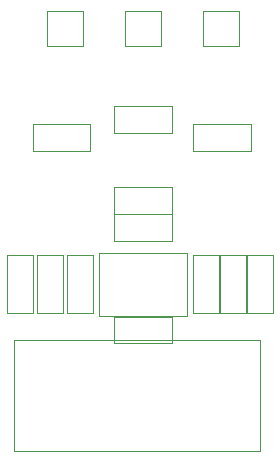
<source format=gbr>
G04 #@! TF.GenerationSoftware,KiCad,Pcbnew,(5.0.1)-4*
G04 #@! TF.CreationDate,2019-03-05T01:38:52-06:00*
G04 #@! TF.ProjectId,util_LFO,7574696C5F4C464F2E6B696361645F70,rev?*
G04 #@! TF.SameCoordinates,Original*
G04 #@! TF.FileFunction,Other,User*
%FSLAX46Y46*%
G04 Gerber Fmt 4.6, Leading zero omitted, Abs format (unit mm)*
G04 Created by KiCad (PCBNEW (5.0.1)-4) date 3/5/2019 1:38:52*
%MOMM*%
%LPD*%
G01*
G04 APERTURE LIST*
%ADD10C,0.050000*%
G04 APERTURE END LIST*
D10*
G04 #@! TO.C,J6*
X100608000Y-58380500D02*
X103608000Y-58380500D01*
X103608000Y-58380500D02*
X103608000Y-61380500D01*
X103608000Y-61380500D02*
X100608000Y-61380500D01*
X100608000Y-61380500D02*
X100608000Y-58380500D01*
G04 #@! TO.C,C1*
X89050000Y-83984000D02*
X91290000Y-83984000D01*
X91290000Y-83984000D02*
X91290000Y-79084000D01*
X91290000Y-79084000D02*
X89050000Y-79084000D01*
X89050000Y-79084000D02*
X89050000Y-83984000D01*
G04 #@! TO.C,C2*
X97954000Y-75588000D02*
X93054000Y-75588000D01*
X97954000Y-77828000D02*
X97954000Y-75588000D01*
X93054000Y-77828000D02*
X97954000Y-77828000D01*
X93054000Y-75588000D02*
X93054000Y-77828000D01*
G04 #@! TO.C,C3*
X93054000Y-84274800D02*
X93054000Y-86514800D01*
X93054000Y-86514800D02*
X97954000Y-86514800D01*
X97954000Y-86514800D02*
X97954000Y-84274800D01*
X97954000Y-84274800D02*
X93054000Y-84274800D01*
G04 #@! TO.C,J3*
X105426000Y-86252000D02*
X84566000Y-86252000D01*
X84566000Y-86252000D02*
X84566000Y-95612000D01*
X84566000Y-95612000D02*
X105426000Y-95612000D01*
X105426000Y-95612000D02*
X105426000Y-86252000D01*
G04 #@! TO.C,J4*
X87400000Y-58380500D02*
X90400000Y-58380500D01*
X90400000Y-58380500D02*
X90400000Y-61380500D01*
X90400000Y-61380500D02*
X87400000Y-61380500D01*
X87400000Y-61380500D02*
X87400000Y-58380500D01*
G04 #@! TO.C,J5*
X94004000Y-61380500D02*
X94004000Y-58380500D01*
X97004000Y-61380500D02*
X94004000Y-61380500D01*
X97004000Y-58380500D02*
X97004000Y-61380500D01*
X94004000Y-58380500D02*
X97004000Y-58380500D01*
G04 #@! TO.C,R2*
X101958000Y-79084000D02*
X99718000Y-79084000D01*
X99718000Y-79084000D02*
X99718000Y-83984000D01*
X99718000Y-83984000D02*
X101958000Y-83984000D01*
X101958000Y-83984000D02*
X101958000Y-79084000D01*
G04 #@! TO.C,R3*
X86132500Y-70208000D02*
X91032500Y-70208000D01*
X86132500Y-67968000D02*
X86132500Y-70208000D01*
X91032500Y-67968000D02*
X86132500Y-67968000D01*
X91032500Y-70208000D02*
X91032500Y-67968000D01*
G04 #@! TO.C,R5*
X93054000Y-73302000D02*
X93054000Y-75542000D01*
X93054000Y-75542000D02*
X97954000Y-75542000D01*
X97954000Y-75542000D02*
X97954000Y-73302000D01*
X97954000Y-73302000D02*
X93054000Y-73302000D01*
G04 #@! TO.C,R6*
X104244000Y-83984000D02*
X104244000Y-79084000D01*
X102004000Y-83984000D02*
X104244000Y-83984000D01*
X102004000Y-79084000D02*
X102004000Y-83984000D01*
X104244000Y-79084000D02*
X102004000Y-79084000D01*
G04 #@! TO.C,R7*
X106530000Y-79084000D02*
X104290000Y-79084000D01*
X104290000Y-79084000D02*
X104290000Y-83984000D01*
X104290000Y-83984000D02*
X106530000Y-83984000D01*
X106530000Y-83984000D02*
X106530000Y-79084000D01*
G04 #@! TO.C,R8*
X88750000Y-79084000D02*
X86510000Y-79084000D01*
X86510000Y-79084000D02*
X86510000Y-83984000D01*
X86510000Y-83984000D02*
X88750000Y-83984000D01*
X88750000Y-83984000D02*
X88750000Y-79084000D01*
G04 #@! TO.C,R9*
X86210000Y-83984000D02*
X86210000Y-79084000D01*
X83970000Y-83984000D02*
X86210000Y-83984000D01*
X83970000Y-79084000D02*
X83970000Y-83984000D01*
X86210000Y-79084000D02*
X83970000Y-79084000D01*
G04 #@! TO.C,U1*
X99234000Y-78834000D02*
X99234000Y-84234000D01*
X91774000Y-78834000D02*
X91774000Y-84234000D01*
X99234000Y-78834000D02*
X91774000Y-78834000D01*
X99234000Y-84234000D02*
X91774000Y-84234000D01*
G04 #@! TO.C,R4*
X97954000Y-68684000D02*
X97954000Y-66444000D01*
X97954000Y-66444000D02*
X93054000Y-66444000D01*
X93054000Y-66444000D02*
X93054000Y-68684000D01*
X93054000Y-68684000D02*
X97954000Y-68684000D01*
G04 #@! TO.C,R1*
X104608800Y-70208000D02*
X104608800Y-67968000D01*
X104608800Y-67968000D02*
X99708800Y-67968000D01*
X99708800Y-67968000D02*
X99708800Y-70208000D01*
X99708800Y-70208000D02*
X104608800Y-70208000D01*
G04 #@! TD*
M02*

</source>
